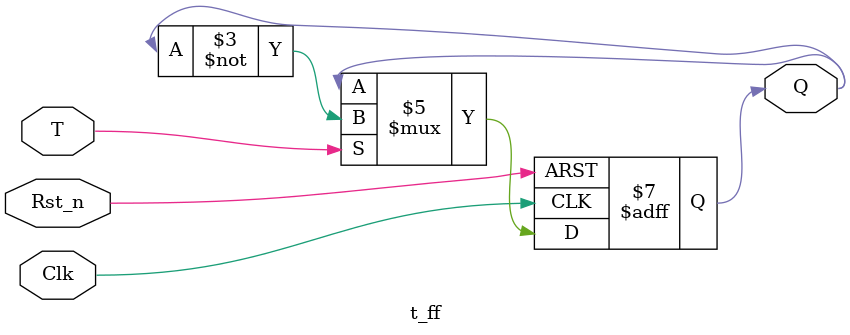
<source format=v>
module t_ff(
    input T,
    input Clk,
    input Rst_n,
    output reg Q
);
    always @(posedge Clk or negedge Rst_n) begin
        if (!Rst_n) Q <= 1'b0;
        else if (T) Q <= ~Q;
        else Q <= Q;
    end
endmodule

</source>
